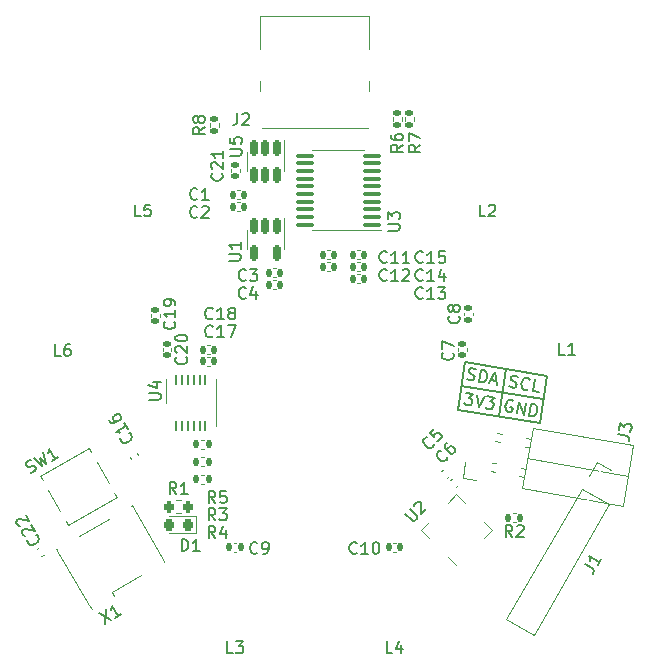
<source format=gto>
%TF.GenerationSoftware,KiCad,Pcbnew,(6.0.8)*%
%TF.CreationDate,2023-11-01T21:59:58-07:00*%
%TF.ProjectId,OS3M_Mouse,4f53334d-5f4d-46f7-9573-652e6b696361,rev?*%
%TF.SameCoordinates,Original*%
%TF.FileFunction,Legend,Top*%
%TF.FilePolarity,Positive*%
%FSLAX46Y46*%
G04 Gerber Fmt 4.6, Leading zero omitted, Abs format (unit mm)*
G04 Created by KiCad (PCBNEW (6.0.8)) date 2023-11-01 21:59:58*
%MOMM*%
%LPD*%
G01*
G04 APERTURE LIST*
G04 Aperture macros list*
%AMRoundRect*
0 Rectangle with rounded corners*
0 $1 Rounding radius*
0 $2 $3 $4 $5 $6 $7 $8 $9 X,Y pos of 4 corners*
0 Add a 4 corners polygon primitive as box body*
4,1,4,$2,$3,$4,$5,$6,$7,$8,$9,$2,$3,0*
0 Add four circle primitives for the rounded corners*
1,1,$1+$1,$2,$3*
1,1,$1+$1,$4,$5*
1,1,$1+$1,$6,$7*
1,1,$1+$1,$8,$9*
0 Add four rect primitives between the rounded corners*
20,1,$1+$1,$2,$3,$4,$5,0*
20,1,$1+$1,$4,$5,$6,$7,0*
20,1,$1+$1,$6,$7,$8,$9,0*
20,1,$1+$1,$8,$9,$2,$3,0*%
%AMHorizOval*
0 Thick line with rounded ends*
0 $1 width*
0 $2 $3 position (X,Y) of the first rounded end (center of the circle)*
0 $4 $5 position (X,Y) of the second rounded end (center of the circle)*
0 Add line between two ends*
20,1,$1,$2,$3,$4,$5,0*
0 Add two circle primitives to create the rounded ends*
1,1,$1,$2,$3*
1,1,$1,$4,$5*%
%AMRotRect*
0 Rectangle, with rotation*
0 The origin of the aperture is its center*
0 $1 length*
0 $2 width*
0 $3 Rotation angle, in degrees counterclockwise*
0 Add horizontal line*
21,1,$1,$2,0,0,$3*%
G04 Aperture macros list end*
%ADD10C,0.150000*%
%ADD11C,0.152400*%
%ADD12C,0.120000*%
%ADD13RotRect,1.700000X1.700000X170.000000*%
%ADD14HorizOval,1.700000X0.000000X0.000000X0.000000X0.000000X0*%
%ADD15RoundRect,0.140000X-0.140000X-0.170000X0.140000X-0.170000X0.140000X0.170000X-0.140000X0.170000X0*%
%ADD16RoundRect,0.140000X0.140000X0.170000X-0.140000X0.170000X-0.140000X-0.170000X0.140000X-0.170000X0*%
%ADD17RoundRect,0.218750X0.218750X0.256250X-0.218750X0.256250X-0.218750X-0.256250X0.218750X-0.256250X0*%
%ADD18RotRect,1.800000X2.000000X30.000000*%
%ADD19RoundRect,0.150000X-0.150000X0.512500X-0.150000X-0.512500X0.150000X-0.512500X0.150000X0.512500X0*%
%ADD20RoundRect,0.140000X-0.021213X0.219203X-0.219203X0.021213X0.021213X-0.219203X0.219203X-0.021213X0*%
%ADD21C,0.700000*%
%ADD22RoundRect,0.135000X0.135000X0.185000X-0.135000X0.185000X-0.135000X-0.185000X0.135000X-0.185000X0*%
%ADD23RoundRect,0.062500X0.062500X-0.375000X0.062500X0.375000X-0.062500X0.375000X-0.062500X-0.375000X0*%
%ADD24R,3.000000X2.600000*%
%ADD25RoundRect,0.100000X0.637500X0.100000X-0.637500X0.100000X-0.637500X-0.100000X0.637500X-0.100000X0*%
%ADD26RotRect,1.700000X1.700000X330.000000*%
%ADD27HorizOval,1.700000X0.000000X0.000000X0.000000X0.000000X0*%
%ADD28RoundRect,0.135000X0.185000X-0.135000X0.185000X0.135000X-0.185000X0.135000X-0.185000X-0.135000X0*%
%ADD29RoundRect,0.140000X-0.217224X0.036244X-0.077224X-0.206244X0.217224X-0.036244X0.077224X0.206244X0*%
%ADD30RoundRect,0.140000X-0.036244X-0.217224X0.206244X-0.077224X0.036244X0.217224X-0.206244X0.077224X0*%
%ADD31RoundRect,0.135000X-0.185000X0.135000X-0.185000X-0.135000X0.185000X-0.135000X0.185000X0.135000X0*%
%ADD32RoundRect,0.140000X0.170000X-0.140000X0.170000X0.140000X-0.170000X0.140000X-0.170000X-0.140000X0*%
%ADD33RoundRect,0.200000X0.200000X0.275000X-0.200000X0.275000X-0.200000X-0.275000X0.200000X-0.275000X0*%
%ADD34RoundRect,0.140000X-0.170000X0.140000X-0.170000X-0.140000X0.170000X-0.140000X0.170000X0.140000X0*%
%ADD35O,0.900000X1.700000*%
%ADD36O,0.900000X2.400000*%
%ADD37RoundRect,0.135000X-0.135000X-0.185000X0.135000X-0.185000X0.135000X0.185000X-0.135000X0.185000X0*%
%ADD38RoundRect,0.062500X0.309359X-0.220971X-0.220971X0.309359X-0.309359X0.220971X0.220971X-0.309359X0*%
%ADD39RoundRect,0.062500X0.309359X0.220971X0.220971X0.309359X-0.309359X-0.220971X-0.220971X-0.309359X0*%
%ADD40RotRect,2.600000X2.600000X135.000000*%
%ADD41RotRect,1.600000X1.400000X210.000000*%
G04 APERTURE END LIST*
D10*
X162289326Y-93304129D02*
X161664747Y-97345662D01*
X155327254Y-92138339D02*
X154702675Y-96179872D01*
X155327254Y-92138339D02*
X162289326Y-93304129D01*
X154702675Y-96179872D02*
X161664747Y-97345662D01*
X155014964Y-94159105D02*
X161977036Y-95324895D01*
X158808290Y-92721234D02*
X158183711Y-96762767D01*
D11*
X159090258Y-94222606D02*
X159224795Y-94295456D01*
X159463025Y-94337462D01*
X159566718Y-94306619D01*
X159622765Y-94267374D01*
X159687213Y-94180484D01*
X159704016Y-94085192D01*
X159673172Y-93981499D01*
X159633928Y-93925452D01*
X159547037Y-93861003D01*
X159364855Y-93779752D01*
X159277964Y-93715304D01*
X159238719Y-93659256D01*
X159207876Y-93555563D01*
X159224679Y-93460271D01*
X159289127Y-93373381D01*
X159345174Y-93334136D01*
X159448867Y-93303293D01*
X159687097Y-93345299D01*
X159821634Y-93418149D01*
X160670976Y-94452202D02*
X160614928Y-94491447D01*
X160463589Y-94513889D01*
X160368297Y-94497086D01*
X160233761Y-94424237D01*
X160155271Y-94312142D01*
X160124428Y-94208449D01*
X160110387Y-94009464D01*
X160135591Y-93866526D01*
X160216842Y-93684344D01*
X160281290Y-93597453D01*
X160393385Y-93518964D01*
X160544724Y-93496522D01*
X160640016Y-93513324D01*
X160774552Y-93586174D01*
X160813797Y-93642221D01*
X161559446Y-94707118D02*
X161082986Y-94623105D01*
X161259413Y-93622541D01*
X155527062Y-93587863D02*
X155661599Y-93660712D01*
X155899829Y-93702719D01*
X156003522Y-93671875D01*
X156059569Y-93632631D01*
X156124017Y-93545740D01*
X156140820Y-93450448D01*
X156109977Y-93346755D01*
X156070732Y-93290708D01*
X155983841Y-93226259D01*
X155801659Y-93145008D01*
X155714768Y-93080560D01*
X155675523Y-93024513D01*
X155644680Y-92920820D01*
X155661483Y-92825528D01*
X155725931Y-92738637D01*
X155781978Y-92699392D01*
X155885671Y-92668549D01*
X156123901Y-92710555D01*
X156258438Y-92783405D01*
X156519226Y-93811935D02*
X156695652Y-92811371D01*
X156933882Y-92853377D01*
X157068419Y-92926227D01*
X157146908Y-93038321D01*
X157177751Y-93142014D01*
X157191792Y-93340999D01*
X157166588Y-93483937D01*
X157085337Y-93666119D01*
X157020889Y-93753010D01*
X156908795Y-93831499D01*
X156757455Y-93853942D01*
X156519226Y-93811935D01*
X157522552Y-93694085D02*
X157999011Y-93778098D01*
X157376853Y-93963158D02*
X157886801Y-93021402D01*
X158043896Y-94080776D01*
X159415525Y-95474389D02*
X159328634Y-95409940D01*
X159185696Y-95384737D01*
X159034357Y-95407179D01*
X158922263Y-95485668D01*
X158857814Y-95572559D01*
X158776563Y-95754741D01*
X158751360Y-95897679D01*
X158765401Y-96096664D01*
X158796244Y-96200357D01*
X158874733Y-96312452D01*
X159009270Y-96385301D01*
X159104562Y-96402104D01*
X159255901Y-96379662D01*
X159311948Y-96340417D01*
X159370757Y-96006896D01*
X159180173Y-95973290D01*
X159723959Y-96511320D02*
X159900385Y-95510756D01*
X160295710Y-96612135D01*
X160472137Y-95611571D01*
X160772169Y-96696148D02*
X160948596Y-95695583D01*
X161186826Y-95737590D01*
X161321362Y-95810440D01*
X161399852Y-95922534D01*
X161430695Y-96026227D01*
X161444736Y-96225212D01*
X161419532Y-96368150D01*
X161338281Y-96550332D01*
X161273833Y-96637223D01*
X161161738Y-96715712D01*
X161010399Y-96738154D01*
X160772169Y-96696148D01*
X155418582Y-94744614D02*
X156037979Y-94853831D01*
X155637247Y-95176189D01*
X155780185Y-95201393D01*
X155867076Y-95265842D01*
X155906320Y-95321889D01*
X155937164Y-95425582D01*
X155895157Y-95663812D01*
X155830709Y-95750702D01*
X155774662Y-95789947D01*
X155670969Y-95820790D01*
X155385093Y-95770383D01*
X155298202Y-95705934D01*
X155258958Y-95649887D01*
X156323854Y-94904238D02*
X156480949Y-95963612D01*
X156990898Y-95021856D01*
X157229127Y-95063862D02*
X157848524Y-95173079D01*
X157447793Y-95495437D01*
X157590731Y-95520641D01*
X157677621Y-95585090D01*
X157716866Y-95641137D01*
X157747709Y-95744830D01*
X157705703Y-95983060D01*
X157641255Y-96069950D01*
X157585207Y-96109195D01*
X157481514Y-96140038D01*
X157195639Y-96089631D01*
X157108748Y-96025182D01*
X157069503Y-95969135D01*
D10*
%TO.C,J3*%
X168312817Y-98277176D02*
X169016251Y-98401210D01*
X169148669Y-98472913D01*
X169225923Y-98583242D01*
X169248011Y-98732198D01*
X169231473Y-98825989D01*
X168378969Y-97902011D02*
X168486465Y-97292368D01*
X168803748Y-97686789D01*
X168828554Y-97546102D01*
X168891988Y-97460580D01*
X168947153Y-97421953D01*
X169049213Y-97391595D01*
X169283691Y-97432940D01*
X169369213Y-97496374D01*
X169407840Y-97551538D01*
X169438197Y-97653599D01*
X169388584Y-97934972D01*
X169325150Y-98020494D01*
X169269986Y-98059121D01*
%TO.C,C15*%
X151757142Y-83669142D02*
X151709523Y-83716761D01*
X151566666Y-83764380D01*
X151471428Y-83764380D01*
X151328571Y-83716761D01*
X151233333Y-83621523D01*
X151185714Y-83526285D01*
X151138095Y-83335809D01*
X151138095Y-83192952D01*
X151185714Y-83002476D01*
X151233333Y-82907238D01*
X151328571Y-82812000D01*
X151471428Y-82764380D01*
X151566666Y-82764380D01*
X151709523Y-82812000D01*
X151757142Y-82859619D01*
X152709523Y-83764380D02*
X152138095Y-83764380D01*
X152423809Y-83764380D02*
X152423809Y-82764380D01*
X152328571Y-82907238D01*
X152233333Y-83002476D01*
X152138095Y-83050095D01*
X153614285Y-82764380D02*
X153138095Y-82764380D01*
X153090476Y-83240571D01*
X153138095Y-83192952D01*
X153233333Y-83145333D01*
X153471428Y-83145333D01*
X153566666Y-83192952D01*
X153614285Y-83240571D01*
X153661904Y-83335809D01*
X153661904Y-83573904D01*
X153614285Y-83669142D01*
X153566666Y-83716761D01*
X153471428Y-83764380D01*
X153233333Y-83764380D01*
X153138095Y-83716761D01*
X153090476Y-83669142D01*
%TO.C,C11*%
X148709142Y-83669142D02*
X148661523Y-83716761D01*
X148518666Y-83764380D01*
X148423428Y-83764380D01*
X148280571Y-83716761D01*
X148185333Y-83621523D01*
X148137714Y-83526285D01*
X148090095Y-83335809D01*
X148090095Y-83192952D01*
X148137714Y-83002476D01*
X148185333Y-82907238D01*
X148280571Y-82812000D01*
X148423428Y-82764380D01*
X148518666Y-82764380D01*
X148661523Y-82812000D01*
X148709142Y-82859619D01*
X149661523Y-83764380D02*
X149090095Y-83764380D01*
X149375809Y-83764380D02*
X149375809Y-82764380D01*
X149280571Y-82907238D01*
X149185333Y-83002476D01*
X149090095Y-83050095D01*
X150613904Y-83764380D02*
X150042476Y-83764380D01*
X150328190Y-83764380D02*
X150328190Y-82764380D01*
X150232952Y-82907238D01*
X150137714Y-83002476D01*
X150042476Y-83050095D01*
%TO.C,D1*%
X131341904Y-108148380D02*
X131341904Y-107148380D01*
X131580000Y-107148380D01*
X131722857Y-107196000D01*
X131818095Y-107291238D01*
X131865714Y-107386476D01*
X131913333Y-107576952D01*
X131913333Y-107719809D01*
X131865714Y-107910285D01*
X131818095Y-108005523D01*
X131722857Y-108100761D01*
X131580000Y-108148380D01*
X131341904Y-108148380D01*
X132865714Y-108148380D02*
X132294285Y-108148380D01*
X132580000Y-108148380D02*
X132580000Y-107148380D01*
X132484761Y-107291238D01*
X132389523Y-107386476D01*
X132294285Y-107434095D01*
%TO.C,X1*%
X124325122Y-113430509D02*
X125402472Y-113963201D01*
X124902472Y-113097176D02*
X124825122Y-114296535D01*
X126186019Y-113510821D02*
X125691147Y-113796535D01*
X125938583Y-113653678D02*
X125438583Y-112787652D01*
X125427533Y-112958989D01*
X125392673Y-113089087D01*
X125334004Y-113177945D01*
%TO.C,C2*%
X132675333Y-79859142D02*
X132627714Y-79906761D01*
X132484857Y-79954380D01*
X132389619Y-79954380D01*
X132246761Y-79906761D01*
X132151523Y-79811523D01*
X132103904Y-79716285D01*
X132056285Y-79525809D01*
X132056285Y-79382952D01*
X132103904Y-79192476D01*
X132151523Y-79097238D01*
X132246761Y-79002000D01*
X132389619Y-78954380D01*
X132484857Y-78954380D01*
X132627714Y-79002000D01*
X132675333Y-79049619D01*
X133056285Y-79049619D02*
X133103904Y-79002000D01*
X133199142Y-78954380D01*
X133437238Y-78954380D01*
X133532476Y-79002000D01*
X133580095Y-79049619D01*
X133627714Y-79144857D01*
X133627714Y-79240095D01*
X133580095Y-79382952D01*
X133008666Y-79954380D01*
X133627714Y-79954380D01*
%TO.C,C18*%
X133966986Y-88457142D02*
X133919367Y-88504761D01*
X133776510Y-88552380D01*
X133681272Y-88552380D01*
X133538415Y-88504761D01*
X133443177Y-88409523D01*
X133395558Y-88314285D01*
X133347939Y-88123809D01*
X133347939Y-87980952D01*
X133395558Y-87790476D01*
X133443177Y-87695238D01*
X133538415Y-87600000D01*
X133681272Y-87552380D01*
X133776510Y-87552380D01*
X133919367Y-87600000D01*
X133966986Y-87647619D01*
X134919367Y-88552380D02*
X134347939Y-88552380D01*
X134633653Y-88552380D02*
X134633653Y-87552380D01*
X134538415Y-87695238D01*
X134443177Y-87790476D01*
X134347939Y-87838095D01*
X135490796Y-87980952D02*
X135395558Y-87933333D01*
X135347939Y-87885714D01*
X135300320Y-87790476D01*
X135300320Y-87742857D01*
X135347939Y-87647619D01*
X135395558Y-87600000D01*
X135490796Y-87552380D01*
X135681272Y-87552380D01*
X135776510Y-87600000D01*
X135824129Y-87647619D01*
X135871748Y-87742857D01*
X135871748Y-87790476D01*
X135824129Y-87885714D01*
X135776510Y-87933333D01*
X135681272Y-87980952D01*
X135490796Y-87980952D01*
X135395558Y-88028571D01*
X135347939Y-88076190D01*
X135300320Y-88171428D01*
X135300320Y-88361904D01*
X135347939Y-88457142D01*
X135395558Y-88504761D01*
X135490796Y-88552380D01*
X135681272Y-88552380D01*
X135776510Y-88504761D01*
X135824129Y-88457142D01*
X135871748Y-88361904D01*
X135871748Y-88171428D01*
X135824129Y-88076190D01*
X135776510Y-88028571D01*
X135681272Y-87980952D01*
%TO.C,U5*%
X135422224Y-74675904D02*
X136231748Y-74675904D01*
X136326986Y-74628285D01*
X136374605Y-74580666D01*
X136422224Y-74485428D01*
X136422224Y-74294952D01*
X136374605Y-74199714D01*
X136326986Y-74152095D01*
X136231748Y-74104476D01*
X135422224Y-74104476D01*
X135422224Y-73152095D02*
X135422224Y-73628285D01*
X135898415Y-73675904D01*
X135850796Y-73628285D01*
X135803177Y-73533047D01*
X135803177Y-73294952D01*
X135850796Y-73199714D01*
X135898415Y-73152095D01*
X135993653Y-73104476D01*
X136231748Y-73104476D01*
X136326986Y-73152095D01*
X136374605Y-73199714D01*
X136422224Y-73294952D01*
X136422224Y-73533047D01*
X136374605Y-73628285D01*
X136326986Y-73675904D01*
%TO.C,C5*%
X152727056Y-99096707D02*
X152727056Y-99164050D01*
X152659712Y-99298737D01*
X152592369Y-99366081D01*
X152457681Y-99433424D01*
X152322994Y-99433424D01*
X152221979Y-99399753D01*
X152053620Y-99298737D01*
X151952605Y-99197722D01*
X151851590Y-99029363D01*
X151817918Y-98928348D01*
X151817918Y-98793661D01*
X151885262Y-98658974D01*
X151952605Y-98591630D01*
X152087292Y-98524287D01*
X152154636Y-98524287D01*
X152727056Y-97817180D02*
X152390338Y-98153898D01*
X152693384Y-98524287D01*
X152693384Y-98456943D01*
X152727056Y-98355928D01*
X152895414Y-98187569D01*
X152996430Y-98153898D01*
X153063773Y-98153898D01*
X153164788Y-98187569D01*
X153333147Y-98355928D01*
X153366819Y-98456943D01*
X153366819Y-98524287D01*
X153333147Y-98625302D01*
X153164788Y-98793661D01*
X153063773Y-98827333D01*
X152996430Y-98827333D01*
%TO.C,L1*%
X163793177Y-91522380D02*
X163316986Y-91522380D01*
X163316986Y-90522380D01*
X164650320Y-91522380D02*
X164078891Y-91522380D01*
X164364605Y-91522380D02*
X164364605Y-90522380D01*
X164269367Y-90665238D01*
X164174129Y-90760476D01*
X164078891Y-90808095D01*
%TO.C,R3*%
X134199333Y-105552380D02*
X133866000Y-105076190D01*
X133627904Y-105552380D02*
X133627904Y-104552380D01*
X134008857Y-104552380D01*
X134104095Y-104600000D01*
X134151714Y-104647619D01*
X134199333Y-104742857D01*
X134199333Y-104885714D01*
X134151714Y-104980952D01*
X134104095Y-105028571D01*
X134008857Y-105076190D01*
X133627904Y-105076190D01*
X134532666Y-104552380D02*
X135151714Y-104552380D01*
X134818380Y-104933333D01*
X134961238Y-104933333D01*
X135056476Y-104980952D01*
X135104095Y-105028571D01*
X135151714Y-105123809D01*
X135151714Y-105361904D01*
X135104095Y-105457142D01*
X135056476Y-105504761D01*
X134961238Y-105552380D01*
X134675523Y-105552380D01*
X134580285Y-105504761D01*
X134532666Y-105457142D01*
%TO.C,C17*%
X133966986Y-89957142D02*
X133919367Y-90004761D01*
X133776510Y-90052380D01*
X133681272Y-90052380D01*
X133538415Y-90004761D01*
X133443177Y-89909523D01*
X133395558Y-89814285D01*
X133347939Y-89623809D01*
X133347939Y-89480952D01*
X133395558Y-89290476D01*
X133443177Y-89195238D01*
X133538415Y-89100000D01*
X133681272Y-89052380D01*
X133776510Y-89052380D01*
X133919367Y-89100000D01*
X133966986Y-89147619D01*
X134919367Y-90052380D02*
X134347939Y-90052380D01*
X134633653Y-90052380D02*
X134633653Y-89052380D01*
X134538415Y-89195238D01*
X134443177Y-89290476D01*
X134347939Y-89338095D01*
X135252701Y-89052380D02*
X135919367Y-89052380D01*
X135490796Y-90052380D01*
%TO.C,L2*%
X157043177Y-79832380D02*
X156566986Y-79832380D01*
X156566986Y-78832380D01*
X157328891Y-78927619D02*
X157376510Y-78880000D01*
X157471748Y-78832380D01*
X157709844Y-78832380D01*
X157805082Y-78880000D01*
X157852701Y-78927619D01*
X157900320Y-79022857D01*
X157900320Y-79118095D01*
X157852701Y-79260952D01*
X157281272Y-79832380D01*
X157900320Y-79832380D01*
%TO.C,L3*%
X135693177Y-116802380D02*
X135216986Y-116802380D01*
X135216986Y-115802380D01*
X135931272Y-115802380D02*
X136550320Y-115802380D01*
X136216986Y-116183333D01*
X136359844Y-116183333D01*
X136455082Y-116230952D01*
X136502701Y-116278571D01*
X136550320Y-116373809D01*
X136550320Y-116611904D01*
X136502701Y-116707142D01*
X136455082Y-116754761D01*
X136359844Y-116802380D01*
X136074129Y-116802380D01*
X135978891Y-116754761D01*
X135931272Y-116707142D01*
%TO.C,U4*%
X128562224Y-95361904D02*
X129371748Y-95361904D01*
X129466986Y-95314285D01*
X129514605Y-95266666D01*
X129562224Y-95171428D01*
X129562224Y-94980952D01*
X129514605Y-94885714D01*
X129466986Y-94838095D01*
X129371748Y-94790476D01*
X128562224Y-94790476D01*
X128895558Y-93885714D02*
X129562224Y-93885714D01*
X128514605Y-94123809D02*
X129228891Y-94361904D01*
X129228891Y-93742857D01*
%TO.C,U1*%
X135342380Y-83565904D02*
X136151904Y-83565904D01*
X136247142Y-83518285D01*
X136294761Y-83470666D01*
X136342380Y-83375428D01*
X136342380Y-83184952D01*
X136294761Y-83089714D01*
X136247142Y-83042095D01*
X136151904Y-82994476D01*
X135342380Y-82994476D01*
X136342380Y-81994476D02*
X136342380Y-82565904D01*
X136342380Y-82280190D02*
X135342380Y-82280190D01*
X135485238Y-82375428D01*
X135580476Y-82470666D01*
X135628095Y-82565904D01*
%TO.C,U3*%
X148804380Y-81025904D02*
X149613904Y-81025904D01*
X149709142Y-80978285D01*
X149756761Y-80930666D01*
X149804380Y-80835428D01*
X149804380Y-80644952D01*
X149756761Y-80549714D01*
X149709142Y-80502095D01*
X149613904Y-80454476D01*
X148804380Y-80454476D01*
X148804380Y-80073523D02*
X148804380Y-79454476D01*
X149185333Y-79787809D01*
X149185333Y-79644952D01*
X149232952Y-79549714D01*
X149280571Y-79502095D01*
X149375809Y-79454476D01*
X149613904Y-79454476D01*
X149709142Y-79502095D01*
X149756761Y-79549714D01*
X149804380Y-79644952D01*
X149804380Y-79930666D01*
X149756761Y-80025904D01*
X149709142Y-80073523D01*
%TO.C,L5*%
X127868353Y-79832380D02*
X127392162Y-79832380D01*
X127392162Y-78832380D01*
X128677877Y-78832380D02*
X128201686Y-78832380D01*
X128154067Y-79308571D01*
X128201686Y-79260952D01*
X128296924Y-79213333D01*
X128535020Y-79213333D01*
X128630258Y-79260952D01*
X128677877Y-79308571D01*
X128725496Y-79403809D01*
X128725496Y-79641904D01*
X128677877Y-79737142D01*
X128630258Y-79784761D01*
X128535020Y-79832380D01*
X128296924Y-79832380D01*
X128201686Y-79784761D01*
X128154067Y-79737142D01*
%TO.C,C14*%
X151757142Y-85193142D02*
X151709523Y-85240761D01*
X151566666Y-85288380D01*
X151471428Y-85288380D01*
X151328571Y-85240761D01*
X151233333Y-85145523D01*
X151185714Y-85050285D01*
X151138095Y-84859809D01*
X151138095Y-84716952D01*
X151185714Y-84526476D01*
X151233333Y-84431238D01*
X151328571Y-84336000D01*
X151471428Y-84288380D01*
X151566666Y-84288380D01*
X151709523Y-84336000D01*
X151757142Y-84383619D01*
X152709523Y-85288380D02*
X152138095Y-85288380D01*
X152423809Y-85288380D02*
X152423809Y-84288380D01*
X152328571Y-84431238D01*
X152233333Y-84526476D01*
X152138095Y-84574095D01*
X153566666Y-84621714D02*
X153566666Y-85288380D01*
X153328571Y-84240761D02*
X153090476Y-84955047D01*
X153709523Y-84955047D01*
%TO.C,L4*%
X149190030Y-116802380D02*
X148713839Y-116802380D01*
X148713839Y-115802380D01*
X149951935Y-116135714D02*
X149951935Y-116802380D01*
X149713839Y-115754761D02*
X149475744Y-116469047D01*
X150094792Y-116469047D01*
%TO.C,J1*%
X165475081Y-109234865D02*
X166093670Y-109592008D01*
X166193579Y-109704676D01*
X166228438Y-109834774D01*
X166198249Y-109982301D01*
X166150630Y-110064780D01*
X166841106Y-108868840D02*
X166555392Y-109363711D01*
X166698249Y-109116276D02*
X165832224Y-108616276D01*
X165908323Y-108770183D01*
X165943182Y-108900280D01*
X165936802Y-109006569D01*
%TO.C,C3*%
X136775333Y-85189142D02*
X136727714Y-85236761D01*
X136584857Y-85284380D01*
X136489619Y-85284380D01*
X136346761Y-85236761D01*
X136251523Y-85141523D01*
X136203904Y-85046285D01*
X136156285Y-84855809D01*
X136156285Y-84712952D01*
X136203904Y-84522476D01*
X136251523Y-84427238D01*
X136346761Y-84332000D01*
X136489619Y-84284380D01*
X136584857Y-84284380D01*
X136727714Y-84332000D01*
X136775333Y-84379619D01*
X137108666Y-84284380D02*
X137727714Y-84284380D01*
X137394380Y-84665333D01*
X137537238Y-84665333D01*
X137632476Y-84712952D01*
X137680095Y-84760571D01*
X137727714Y-84855809D01*
X137727714Y-85093904D01*
X137680095Y-85189142D01*
X137632476Y-85236761D01*
X137537238Y-85284380D01*
X137251523Y-85284380D01*
X137156285Y-85236761D01*
X137108666Y-85189142D01*
%TO.C,R7*%
X151562224Y-73766666D02*
X151086034Y-74100000D01*
X151562224Y-74338095D02*
X150562224Y-74338095D01*
X150562224Y-73957142D01*
X150609844Y-73861904D01*
X150657463Y-73814285D01*
X150752701Y-73766666D01*
X150895558Y-73766666D01*
X150990796Y-73814285D01*
X151038415Y-73861904D01*
X151086034Y-73957142D01*
X151086034Y-74338095D01*
X150562224Y-73433333D02*
X150562224Y-72766666D01*
X151562224Y-73195238D01*
%TO.C,C1*%
X132675333Y-78335142D02*
X132627714Y-78382761D01*
X132484857Y-78430380D01*
X132389619Y-78430380D01*
X132246761Y-78382761D01*
X132151523Y-78287523D01*
X132103904Y-78192285D01*
X132056285Y-78001809D01*
X132056285Y-77858952D01*
X132103904Y-77668476D01*
X132151523Y-77573238D01*
X132246761Y-77478000D01*
X132389619Y-77430380D01*
X132484857Y-77430380D01*
X132627714Y-77478000D01*
X132675333Y-77525619D01*
X133627714Y-78430380D02*
X133056285Y-78430380D01*
X133342000Y-78430380D02*
X133342000Y-77430380D01*
X133246761Y-77573238D01*
X133151523Y-77668476D01*
X133056285Y-77716095D01*
%TO.C,C16*%
X126868723Y-98168159D02*
X126933772Y-98185588D01*
X127046440Y-98285497D01*
X127094059Y-98367975D01*
X127124248Y-98515503D01*
X127089388Y-98645601D01*
X127030719Y-98734459D01*
X126889572Y-98870936D01*
X126765854Y-98942365D01*
X126577087Y-98996364D01*
X126470799Y-99002743D01*
X126340701Y-98967884D01*
X126228033Y-98867975D01*
X126180414Y-98785497D01*
X126150225Y-98637969D01*
X126167655Y-98572921D01*
X126475011Y-97295754D02*
X126760725Y-97790625D01*
X126617868Y-97543189D02*
X125751843Y-98043189D01*
X125923180Y-98054239D01*
X126053277Y-98089099D01*
X126142136Y-98147768D01*
X125180414Y-97053446D02*
X125275652Y-97218403D01*
X125364511Y-97277072D01*
X125429559Y-97294502D01*
X125600896Y-97305552D01*
X125789663Y-97251553D01*
X126119578Y-97061077D01*
X126178247Y-96972219D01*
X126195676Y-96907170D01*
X126189297Y-96800882D01*
X126094059Y-96635925D01*
X126005200Y-96577256D01*
X125940151Y-96559826D01*
X125833863Y-96566206D01*
X125627667Y-96685253D01*
X125568998Y-96774112D01*
X125551568Y-96839160D01*
X125557948Y-96945448D01*
X125653186Y-97110406D01*
X125742044Y-97169075D01*
X125807093Y-97186505D01*
X125913381Y-97180125D01*
%TO.C,R6*%
X150062224Y-73766666D02*
X149586034Y-74100000D01*
X150062224Y-74338095D02*
X149062224Y-74338095D01*
X149062224Y-73957142D01*
X149109844Y-73861904D01*
X149157463Y-73814285D01*
X149252701Y-73766666D01*
X149395558Y-73766666D01*
X149490796Y-73814285D01*
X149538415Y-73861904D01*
X149586034Y-73957142D01*
X149586034Y-74338095D01*
X149062224Y-72909523D02*
X149062224Y-73100000D01*
X149109844Y-73195238D01*
X149157463Y-73242857D01*
X149300320Y-73338095D01*
X149490796Y-73385714D01*
X149871748Y-73385714D01*
X149966986Y-73338095D01*
X150014605Y-73290476D01*
X150062224Y-73195238D01*
X150062224Y-73004761D01*
X150014605Y-72909523D01*
X149966986Y-72861904D01*
X149871748Y-72814285D01*
X149633653Y-72814285D01*
X149538415Y-72861904D01*
X149490796Y-72909523D01*
X149443177Y-73004761D01*
X149443177Y-73195238D01*
X149490796Y-73290476D01*
X149538415Y-73338095D01*
X149633653Y-73385714D01*
%TO.C,C6*%
X153848267Y-100217917D02*
X153848267Y-100285260D01*
X153780923Y-100419947D01*
X153713580Y-100487291D01*
X153578892Y-100554634D01*
X153444205Y-100554634D01*
X153343190Y-100520963D01*
X153174831Y-100419947D01*
X153073816Y-100318932D01*
X152972801Y-100150573D01*
X152939129Y-100049558D01*
X152939129Y-99914871D01*
X153006473Y-99780184D01*
X153073816Y-99712840D01*
X153208503Y-99645497D01*
X153275847Y-99645497D01*
X153814595Y-98972062D02*
X153679908Y-99106749D01*
X153646236Y-99207764D01*
X153646236Y-99275108D01*
X153679908Y-99443466D01*
X153780923Y-99611825D01*
X154050297Y-99881199D01*
X154151312Y-99914871D01*
X154218656Y-99914871D01*
X154319671Y-99881199D01*
X154454358Y-99746512D01*
X154488030Y-99645497D01*
X154488030Y-99578153D01*
X154454358Y-99477138D01*
X154285999Y-99308779D01*
X154184984Y-99275108D01*
X154117641Y-99275108D01*
X154016625Y-99308779D01*
X153881938Y-99443466D01*
X153848267Y-99544482D01*
X153848267Y-99611825D01*
X153881938Y-99712840D01*
%TO.C,R4*%
X134199333Y-107052380D02*
X133866000Y-106576190D01*
X133627904Y-107052380D02*
X133627904Y-106052380D01*
X134008857Y-106052380D01*
X134104095Y-106100000D01*
X134151714Y-106147619D01*
X134199333Y-106242857D01*
X134199333Y-106385714D01*
X134151714Y-106480952D01*
X134104095Y-106528571D01*
X134008857Y-106576190D01*
X133627904Y-106576190D01*
X135056476Y-106385714D02*
X135056476Y-107052380D01*
X134818380Y-106004761D02*
X134580285Y-106719047D01*
X135199333Y-106719047D01*
%TO.C,C22*%
X118994723Y-106804159D02*
X119059772Y-106821588D01*
X119172440Y-106921497D01*
X119220059Y-107003975D01*
X119250248Y-107151503D01*
X119215388Y-107281601D01*
X119156719Y-107370459D01*
X119015572Y-107506936D01*
X118891854Y-107578365D01*
X118703087Y-107632364D01*
X118596799Y-107638743D01*
X118466701Y-107603884D01*
X118354033Y-107503975D01*
X118306414Y-107421497D01*
X118276225Y-107273969D01*
X118293655Y-107208921D01*
X118103178Y-106879006D02*
X118038130Y-106861576D01*
X117949271Y-106802907D01*
X117830224Y-106596711D01*
X117823844Y-106490423D01*
X117841274Y-106425374D01*
X117899943Y-106336515D01*
X117982421Y-106288896D01*
X118129949Y-106258707D01*
X118910535Y-106467865D01*
X118601011Y-105931754D01*
X117626988Y-106054220D02*
X117561939Y-106036790D01*
X117473081Y-105978121D01*
X117354033Y-105771925D01*
X117347653Y-105665637D01*
X117365083Y-105600588D01*
X117423752Y-105511729D01*
X117506231Y-105464110D01*
X117653758Y-105433921D01*
X118434344Y-105643078D01*
X118124821Y-105106967D01*
%TO.C,R8*%
X133312224Y-72266666D02*
X132836034Y-72600000D01*
X133312224Y-72838095D02*
X132312224Y-72838095D01*
X132312224Y-72457142D01*
X132359844Y-72361904D01*
X132407463Y-72314285D01*
X132502701Y-72266666D01*
X132645558Y-72266666D01*
X132740796Y-72314285D01*
X132788415Y-72361904D01*
X132836034Y-72457142D01*
X132836034Y-72838095D01*
X132740796Y-71695238D02*
X132693177Y-71790476D01*
X132645558Y-71838095D01*
X132550320Y-71885714D01*
X132502701Y-71885714D01*
X132407463Y-71838095D01*
X132359844Y-71790476D01*
X132312224Y-71695238D01*
X132312224Y-71504761D01*
X132359844Y-71409523D01*
X132407463Y-71361904D01*
X132502701Y-71314285D01*
X132550320Y-71314285D01*
X132645558Y-71361904D01*
X132693177Y-71409523D01*
X132740796Y-71504761D01*
X132740796Y-71695238D01*
X132788415Y-71790476D01*
X132836034Y-71838095D01*
X132931272Y-71885714D01*
X133121748Y-71885714D01*
X133216986Y-71838095D01*
X133264605Y-71790476D01*
X133312224Y-71695238D01*
X133312224Y-71504761D01*
X133264605Y-71409523D01*
X133216986Y-71361904D01*
X133121748Y-71314285D01*
X132931272Y-71314285D01*
X132836034Y-71361904D01*
X132788415Y-71409523D01*
X132740796Y-71504761D01*
%TO.C,C12*%
X148709142Y-85193142D02*
X148661523Y-85240761D01*
X148518666Y-85288380D01*
X148423428Y-85288380D01*
X148280571Y-85240761D01*
X148185333Y-85145523D01*
X148137714Y-85050285D01*
X148090095Y-84859809D01*
X148090095Y-84716952D01*
X148137714Y-84526476D01*
X148185333Y-84431238D01*
X148280571Y-84336000D01*
X148423428Y-84288380D01*
X148518666Y-84288380D01*
X148661523Y-84336000D01*
X148709142Y-84383619D01*
X149661523Y-85288380D02*
X149090095Y-85288380D01*
X149375809Y-85288380D02*
X149375809Y-84288380D01*
X149280571Y-84431238D01*
X149185333Y-84526476D01*
X149090095Y-84574095D01*
X150042476Y-84383619D02*
X150090095Y-84336000D01*
X150185333Y-84288380D01*
X150423428Y-84288380D01*
X150518666Y-84336000D01*
X150566285Y-84383619D01*
X150613904Y-84478857D01*
X150613904Y-84574095D01*
X150566285Y-84716952D01*
X149994857Y-85288380D01*
X150613904Y-85288380D01*
%TO.C,C13*%
X151757142Y-86717142D02*
X151709523Y-86764761D01*
X151566666Y-86812380D01*
X151471428Y-86812380D01*
X151328571Y-86764761D01*
X151233333Y-86669523D01*
X151185714Y-86574285D01*
X151138095Y-86383809D01*
X151138095Y-86240952D01*
X151185714Y-86050476D01*
X151233333Y-85955238D01*
X151328571Y-85860000D01*
X151471428Y-85812380D01*
X151566666Y-85812380D01*
X151709523Y-85860000D01*
X151757142Y-85907619D01*
X152709523Y-86812380D02*
X152138095Y-86812380D01*
X152423809Y-86812380D02*
X152423809Y-85812380D01*
X152328571Y-85955238D01*
X152233333Y-86050476D01*
X152138095Y-86098095D01*
X153042857Y-85812380D02*
X153661904Y-85812380D01*
X153328571Y-86193333D01*
X153471428Y-86193333D01*
X153566666Y-86240952D01*
X153614285Y-86288571D01*
X153661904Y-86383809D01*
X153661904Y-86621904D01*
X153614285Y-86717142D01*
X153566666Y-86764761D01*
X153471428Y-86812380D01*
X153185714Y-86812380D01*
X153090476Y-86764761D01*
X153042857Y-86717142D01*
%TO.C,C8*%
X154806986Y-88266666D02*
X154854605Y-88314285D01*
X154902224Y-88457142D01*
X154902224Y-88552380D01*
X154854605Y-88695238D01*
X154759367Y-88790476D01*
X154664129Y-88838095D01*
X154473653Y-88885714D01*
X154330796Y-88885714D01*
X154140320Y-88838095D01*
X154045082Y-88790476D01*
X153949844Y-88695238D01*
X153902224Y-88552380D01*
X153902224Y-88457142D01*
X153949844Y-88314285D01*
X153997463Y-88266666D01*
X154330796Y-87695238D02*
X154283177Y-87790476D01*
X154235558Y-87838095D01*
X154140320Y-87885714D01*
X154092701Y-87885714D01*
X153997463Y-87838095D01*
X153949844Y-87790476D01*
X153902224Y-87695238D01*
X153902224Y-87504761D01*
X153949844Y-87409523D01*
X153997463Y-87361904D01*
X154092701Y-87314285D01*
X154140320Y-87314285D01*
X154235558Y-87361904D01*
X154283177Y-87409523D01*
X154330796Y-87504761D01*
X154330796Y-87695238D01*
X154378415Y-87790476D01*
X154426034Y-87838095D01*
X154521272Y-87885714D01*
X154711748Y-87885714D01*
X154806986Y-87838095D01*
X154854605Y-87790476D01*
X154902224Y-87695238D01*
X154902224Y-87504761D01*
X154854605Y-87409523D01*
X154806986Y-87361904D01*
X154711748Y-87314285D01*
X154521272Y-87314285D01*
X154426034Y-87361904D01*
X154378415Y-87409523D01*
X154330796Y-87504761D01*
%TO.C,R1*%
X130897333Y-103322380D02*
X130564000Y-102846190D01*
X130325904Y-103322380D02*
X130325904Y-102322380D01*
X130706857Y-102322380D01*
X130802095Y-102370000D01*
X130849714Y-102417619D01*
X130897333Y-102512857D01*
X130897333Y-102655714D01*
X130849714Y-102750952D01*
X130802095Y-102798571D01*
X130706857Y-102846190D01*
X130325904Y-102846190D01*
X131849714Y-103322380D02*
X131278285Y-103322380D01*
X131564000Y-103322380D02*
X131564000Y-102322380D01*
X131468761Y-102465238D01*
X131373523Y-102560476D01*
X131278285Y-102608095D01*
%TO.C,C20*%
X131716986Y-91742857D02*
X131764605Y-91790476D01*
X131812224Y-91933333D01*
X131812224Y-92028571D01*
X131764605Y-92171428D01*
X131669367Y-92266666D01*
X131574129Y-92314285D01*
X131383653Y-92361904D01*
X131240796Y-92361904D01*
X131050320Y-92314285D01*
X130955082Y-92266666D01*
X130859844Y-92171428D01*
X130812224Y-92028571D01*
X130812224Y-91933333D01*
X130859844Y-91790476D01*
X130907463Y-91742857D01*
X130907463Y-91361904D02*
X130859844Y-91314285D01*
X130812224Y-91219047D01*
X130812224Y-90980952D01*
X130859844Y-90885714D01*
X130907463Y-90838095D01*
X131002701Y-90790476D01*
X131097939Y-90790476D01*
X131240796Y-90838095D01*
X131812224Y-91409523D01*
X131812224Y-90790476D01*
X130812224Y-90171428D02*
X130812224Y-90076190D01*
X130859844Y-89980952D01*
X130907463Y-89933333D01*
X131002701Y-89885714D01*
X131193177Y-89838095D01*
X131431272Y-89838095D01*
X131621748Y-89885714D01*
X131716986Y-89933333D01*
X131764605Y-89980952D01*
X131812224Y-90076190D01*
X131812224Y-90171428D01*
X131764605Y-90266666D01*
X131716986Y-90314285D01*
X131621748Y-90361904D01*
X131431272Y-90409523D01*
X131193177Y-90409523D01*
X131002701Y-90361904D01*
X130907463Y-90314285D01*
X130859844Y-90266666D01*
X130812224Y-90171428D01*
%TO.C,C21*%
X134749298Y-76172857D02*
X134796917Y-76220476D01*
X134844536Y-76363333D01*
X134844536Y-76458571D01*
X134796917Y-76601428D01*
X134701679Y-76696666D01*
X134606441Y-76744285D01*
X134415965Y-76791904D01*
X134273108Y-76791904D01*
X134082632Y-76744285D01*
X133987394Y-76696666D01*
X133892156Y-76601428D01*
X133844536Y-76458571D01*
X133844536Y-76363333D01*
X133892156Y-76220476D01*
X133939775Y-76172857D01*
X133939775Y-75791904D02*
X133892156Y-75744285D01*
X133844536Y-75649047D01*
X133844536Y-75410952D01*
X133892156Y-75315714D01*
X133939775Y-75268095D01*
X134035013Y-75220476D01*
X134130251Y-75220476D01*
X134273108Y-75268095D01*
X134844536Y-75839523D01*
X134844536Y-75220476D01*
X134844536Y-74268095D02*
X134844536Y-74839523D01*
X134844536Y-74553809D02*
X133844536Y-74553809D01*
X133987394Y-74649047D01*
X134082632Y-74744285D01*
X134130251Y-74839523D01*
%TO.C,J2*%
X136064666Y-71080380D02*
X136064666Y-71794666D01*
X136017047Y-71937523D01*
X135921809Y-72032761D01*
X135778952Y-72080380D01*
X135683714Y-72080380D01*
X136493238Y-71175619D02*
X136540857Y-71128000D01*
X136636095Y-71080380D01*
X136874190Y-71080380D01*
X136969428Y-71128000D01*
X137017047Y-71175619D01*
X137064666Y-71270857D01*
X137064666Y-71366095D01*
X137017047Y-71508952D01*
X136445619Y-72080380D01*
X137064666Y-72080380D01*
%TO.C,R5*%
X134199333Y-104084380D02*
X133866000Y-103608190D01*
X133627904Y-104084380D02*
X133627904Y-103084380D01*
X134008857Y-103084380D01*
X134104095Y-103132000D01*
X134151714Y-103179619D01*
X134199333Y-103274857D01*
X134199333Y-103417714D01*
X134151714Y-103512952D01*
X134104095Y-103560571D01*
X134008857Y-103608190D01*
X133627904Y-103608190D01*
X135104095Y-103084380D02*
X134627904Y-103084380D01*
X134580285Y-103560571D01*
X134627904Y-103512952D01*
X134723142Y-103465333D01*
X134961238Y-103465333D01*
X135056476Y-103512952D01*
X135104095Y-103560571D01*
X135151714Y-103655809D01*
X135151714Y-103893904D01*
X135104095Y-103989142D01*
X135056476Y-104036761D01*
X134961238Y-104084380D01*
X134723142Y-104084380D01*
X134627904Y-104036761D01*
X134580285Y-103989142D01*
%TO.C,L6*%
X121093177Y-91638380D02*
X120616986Y-91638380D01*
X120616986Y-90638380D01*
X121855082Y-90638380D02*
X121664605Y-90638380D01*
X121569367Y-90686000D01*
X121521748Y-90733619D01*
X121426510Y-90876476D01*
X121378891Y-91066952D01*
X121378891Y-91447904D01*
X121426510Y-91543142D01*
X121474129Y-91590761D01*
X121569367Y-91638380D01*
X121759844Y-91638380D01*
X121855082Y-91590761D01*
X121902701Y-91543142D01*
X121950320Y-91447904D01*
X121950320Y-91209809D01*
X121902701Y-91114571D01*
X121855082Y-91066952D01*
X121759844Y-91019333D01*
X121569367Y-91019333D01*
X121474129Y-91066952D01*
X121426510Y-91114571D01*
X121378891Y-91209809D01*
%TO.C,C10*%
X146169142Y-108307142D02*
X146121523Y-108354761D01*
X145978666Y-108402380D01*
X145883428Y-108402380D01*
X145740571Y-108354761D01*
X145645333Y-108259523D01*
X145597714Y-108164285D01*
X145550095Y-107973809D01*
X145550095Y-107830952D01*
X145597714Y-107640476D01*
X145645333Y-107545238D01*
X145740571Y-107450000D01*
X145883428Y-107402380D01*
X145978666Y-107402380D01*
X146121523Y-107450000D01*
X146169142Y-107497619D01*
X147121523Y-108402380D02*
X146550095Y-108402380D01*
X146835809Y-108402380D02*
X146835809Y-107402380D01*
X146740571Y-107545238D01*
X146645333Y-107640476D01*
X146550095Y-107688095D01*
X147740571Y-107402380D02*
X147835809Y-107402380D01*
X147931047Y-107450000D01*
X147978666Y-107497619D01*
X148026285Y-107592857D01*
X148073904Y-107783333D01*
X148073904Y-108021428D01*
X148026285Y-108211904D01*
X147978666Y-108307142D01*
X147931047Y-108354761D01*
X147835809Y-108402380D01*
X147740571Y-108402380D01*
X147645333Y-108354761D01*
X147597714Y-108307142D01*
X147550095Y-108211904D01*
X147502476Y-108021428D01*
X147502476Y-107783333D01*
X147550095Y-107592857D01*
X147597714Y-107497619D01*
X147645333Y-107450000D01*
X147740571Y-107402380D01*
%TO.C,U2*%
X150254402Y-104981242D02*
X150826822Y-105553662D01*
X150927837Y-105587334D01*
X150995181Y-105587334D01*
X151096196Y-105553662D01*
X151230883Y-105418975D01*
X151264555Y-105317960D01*
X151264555Y-105250616D01*
X151230883Y-105149601D01*
X150658463Y-104577181D01*
X151028853Y-104341479D02*
X151028853Y-104274136D01*
X151062524Y-104173120D01*
X151230883Y-104004762D01*
X151331898Y-103971090D01*
X151399242Y-103971090D01*
X151500257Y-104004762D01*
X151567601Y-104072105D01*
X151634944Y-104206792D01*
X151634944Y-105014914D01*
X152072677Y-104577181D01*
%TO.C,C7*%
X154281142Y-91352666D02*
X154328761Y-91400285D01*
X154376380Y-91543142D01*
X154376380Y-91638380D01*
X154328761Y-91781238D01*
X154233523Y-91876476D01*
X154138285Y-91924095D01*
X153947809Y-91971714D01*
X153804952Y-91971714D01*
X153614476Y-91924095D01*
X153519238Y-91876476D01*
X153424000Y-91781238D01*
X153376380Y-91638380D01*
X153376380Y-91543142D01*
X153424000Y-91400285D01*
X153471619Y-91352666D01*
X153376380Y-91019333D02*
X153376380Y-90352666D01*
X154376380Y-90781238D01*
%TO.C,C4*%
X136775333Y-86705142D02*
X136727714Y-86752761D01*
X136584857Y-86800380D01*
X136489619Y-86800380D01*
X136346761Y-86752761D01*
X136251523Y-86657523D01*
X136203904Y-86562285D01*
X136156285Y-86371809D01*
X136156285Y-86228952D01*
X136203904Y-86038476D01*
X136251523Y-85943238D01*
X136346761Y-85848000D01*
X136489619Y-85800380D01*
X136584857Y-85800380D01*
X136727714Y-85848000D01*
X136775333Y-85895619D01*
X137632476Y-86133714D02*
X137632476Y-86800380D01*
X137394380Y-85752761D02*
X137156285Y-86467047D01*
X137775333Y-86467047D01*
%TO.C,C19*%
X130716986Y-88742857D02*
X130764605Y-88790476D01*
X130812224Y-88933333D01*
X130812224Y-89028571D01*
X130764605Y-89171428D01*
X130669367Y-89266666D01*
X130574129Y-89314285D01*
X130383653Y-89361904D01*
X130240796Y-89361904D01*
X130050320Y-89314285D01*
X129955082Y-89266666D01*
X129859844Y-89171428D01*
X129812224Y-89028571D01*
X129812224Y-88933333D01*
X129859844Y-88790476D01*
X129907463Y-88742857D01*
X130812224Y-87790476D02*
X130812224Y-88361904D01*
X130812224Y-88076190D02*
X129812224Y-88076190D01*
X129955082Y-88171428D01*
X130050320Y-88266666D01*
X130097939Y-88361904D01*
X130812224Y-87314285D02*
X130812224Y-87123809D01*
X130764605Y-87028571D01*
X130716986Y-86980952D01*
X130574129Y-86885714D01*
X130383653Y-86838095D01*
X130002701Y-86838095D01*
X129907463Y-86885714D01*
X129859844Y-86933333D01*
X129812224Y-87028571D01*
X129812224Y-87219047D01*
X129859844Y-87314285D01*
X129907463Y-87361904D01*
X130002701Y-87409523D01*
X130240796Y-87409523D01*
X130336034Y-87361904D01*
X130383653Y-87314285D01*
X130431272Y-87219047D01*
X130431272Y-87028571D01*
X130383653Y-86933333D01*
X130336034Y-86885714D01*
X130240796Y-86838095D01*
%TO.C,R2*%
X159345333Y-106972380D02*
X159012000Y-106496190D01*
X158773904Y-106972380D02*
X158773904Y-105972380D01*
X159154857Y-105972380D01*
X159250095Y-106020000D01*
X159297714Y-106067619D01*
X159345333Y-106162857D01*
X159345333Y-106305714D01*
X159297714Y-106400952D01*
X159250095Y-106448571D01*
X159154857Y-106496190D01*
X158773904Y-106496190D01*
X159726285Y-106067619D02*
X159773904Y-106020000D01*
X159869142Y-105972380D01*
X160107238Y-105972380D01*
X160202476Y-106020000D01*
X160250095Y-106067619D01*
X160297714Y-106162857D01*
X160297714Y-106258095D01*
X160250095Y-106400952D01*
X159678666Y-106972380D01*
X160297714Y-106972380D01*
%TO.C,SW1*%
X118547680Y-101517200D02*
X118695207Y-101487011D01*
X118901404Y-101367963D01*
X118960073Y-101279105D01*
X118977503Y-101214056D01*
X118971123Y-101107768D01*
X118923504Y-101025289D01*
X118834646Y-100966620D01*
X118769597Y-100949191D01*
X118663309Y-100955570D01*
X118474542Y-101009569D01*
X118368254Y-101015949D01*
X118303205Y-100998519D01*
X118214347Y-100939850D01*
X118166728Y-100857371D01*
X118160348Y-100751083D01*
X118177778Y-100686034D01*
X118236447Y-100597176D01*
X118442643Y-100478128D01*
X118590171Y-100447939D01*
X118855036Y-100240033D02*
X119561233Y-100987011D01*
X119369047Y-100273183D01*
X119891147Y-100796535D01*
X119597344Y-99811462D01*
X120880891Y-100225106D02*
X120386019Y-100510821D01*
X120633455Y-100367963D02*
X120133455Y-99501938D01*
X120122405Y-99673275D01*
X120087545Y-99803373D01*
X120028876Y-99892231D01*
%TO.C,C9*%
X137755333Y-108307142D02*
X137707714Y-108354761D01*
X137564857Y-108402380D01*
X137469619Y-108402380D01*
X137326761Y-108354761D01*
X137231523Y-108259523D01*
X137183904Y-108164285D01*
X137136285Y-107973809D01*
X137136285Y-107830952D01*
X137183904Y-107640476D01*
X137231523Y-107545238D01*
X137326761Y-107450000D01*
X137469619Y-107402380D01*
X137564857Y-107402380D01*
X137707714Y-107450000D01*
X137755333Y-107497619D01*
X138231523Y-108402380D02*
X138422000Y-108402380D01*
X138517238Y-108354761D01*
X138564857Y-108307142D01*
X138660095Y-108164285D01*
X138707714Y-107973809D01*
X138707714Y-107592857D01*
X138660095Y-107497619D01*
X138612476Y-107450000D01*
X138517238Y-107402380D01*
X138326761Y-107402380D01*
X138231523Y-107450000D01*
X138183904Y-107497619D01*
X138136285Y-107592857D01*
X138136285Y-107830952D01*
X138183904Y-107926190D01*
X138231523Y-107973809D01*
X138326761Y-108021428D01*
X138517238Y-108021428D01*
X138612476Y-107973809D01*
X138660095Y-107926190D01*
X138707714Y-107830952D01*
D12*
%TO.C,J3*%
X168671170Y-104340971D02*
X160172279Y-102842387D01*
X158434943Y-98240793D02*
X158001628Y-98164388D01*
X169574140Y-99219970D02*
X161075249Y-97721387D01*
X158309917Y-98949855D02*
X157876601Y-98873450D01*
X168671170Y-104340971D02*
X169574140Y-99219970D01*
X160172279Y-102842387D02*
X161075249Y-97721387D01*
X160465744Y-101178062D02*
X160061973Y-101106866D01*
X169122655Y-101780471D02*
X160623764Y-100281887D01*
X157993877Y-100742205D02*
X157619650Y-100676219D01*
X160781784Y-99385712D02*
X160378013Y-99314516D01*
X156233048Y-102147794D02*
X155139911Y-101955045D01*
X160906811Y-98676650D02*
X160503040Y-98605454D01*
X157868850Y-101451267D02*
X157494623Y-101385280D01*
X155139911Y-101955045D02*
X155370863Y-100645251D01*
X160340718Y-101887124D02*
X159936946Y-101815928D01*
%TO.C,C15*%
X146196164Y-83418000D02*
X146411836Y-83418000D01*
X146196164Y-82698000D02*
X146411836Y-82698000D01*
%TO.C,C11*%
X143871836Y-83418000D02*
X143656164Y-83418000D01*
X143871836Y-82698000D02*
X143656164Y-82698000D01*
%TO.C,D1*%
X132549000Y-105183000D02*
X130264000Y-105183000D01*
X130264000Y-106653000D02*
X132549000Y-106653000D01*
X132549000Y-106653000D02*
X132549000Y-105183000D01*
%TO.C,X1*%
X123465706Y-112722910D02*
X120725706Y-107977090D01*
X127082332Y-104307090D02*
X127134294Y-104277090D01*
X122682923Y-106847090D02*
X125177077Y-105407090D01*
X129874294Y-109022910D02*
X129822332Y-109052910D01*
X127917077Y-110152910D02*
X125422923Y-111592910D01*
X123517668Y-112692910D02*
X123465706Y-112722910D01*
X127134294Y-104277090D02*
X129874294Y-109022910D01*
X120725706Y-107977090D02*
X120777668Y-107947090D01*
X125422923Y-111592910D02*
X125652923Y-111991281D01*
X123747668Y-113091281D02*
X123517668Y-112692910D01*
%TO.C,C2*%
X136251836Y-78634000D02*
X136036164Y-78634000D01*
X136251836Y-79354000D02*
X136036164Y-79354000D01*
%TO.C,C18*%
X133717680Y-91460000D02*
X133502008Y-91460000D01*
X133717680Y-90740000D02*
X133502008Y-90740000D01*
%TO.C,U5*%
X139990000Y-75184000D02*
X139990000Y-75984000D01*
X136870000Y-75184000D02*
X136870000Y-75984000D01*
X139990000Y-75184000D02*
X139990000Y-73384000D01*
X136870000Y-75184000D02*
X136870000Y-74384000D01*
%TO.C,C5*%
X154000810Y-101778307D02*
X153848307Y-101930810D01*
X153491693Y-101269190D02*
X153339190Y-101421693D01*
%TO.C,R3*%
X133263485Y-100220000D02*
X132956203Y-100220000D01*
X133263485Y-100980000D02*
X132956203Y-100980000D01*
%TO.C,C17*%
X133717680Y-91740000D02*
X133502008Y-91740000D01*
X133717680Y-92460000D02*
X133502008Y-92460000D01*
%TO.C,U4*%
X129999844Y-95600000D02*
X129999844Y-93600000D01*
X134219844Y-97600000D02*
X134219844Y-93600000D01*
%TO.C,U1*%
X139990000Y-81788000D02*
X139990000Y-82588000D01*
X136870000Y-81788000D02*
X136870000Y-80988000D01*
X136870000Y-81788000D02*
X136870000Y-82588000D01*
X139990000Y-81788000D02*
X139990000Y-79988000D01*
%TO.C,U3*%
X144610000Y-74215000D02*
X142410000Y-74215000D01*
X144610000Y-80985000D02*
X148210000Y-80985000D01*
X144610000Y-74215000D02*
X146810000Y-74215000D01*
X144610000Y-80985000D02*
X142410000Y-80985000D01*
%TO.C,C14*%
X146196164Y-84434000D02*
X146411836Y-84434000D01*
X146196164Y-83714000D02*
X146411836Y-83714000D01*
%TO.C,J1*%
X165218186Y-102885591D02*
X158838186Y-113936075D01*
X165853186Y-101785739D02*
X166518186Y-100633925D01*
X166518186Y-100633925D02*
X167670000Y-101298925D01*
X165218186Y-102885591D02*
X167521814Y-104215591D01*
X158838186Y-113936075D02*
X161141814Y-115266075D01*
X167521814Y-104215591D02*
X161141814Y-115266075D01*
%TO.C,C3*%
X139084164Y-84942000D02*
X139299836Y-84942000D01*
X139084164Y-84222000D02*
X139299836Y-84222000D01*
%TO.C,R7*%
X150989844Y-71743641D02*
X150989844Y-71436359D01*
X150229844Y-71743641D02*
X150229844Y-71436359D01*
%TO.C,C1*%
X136251836Y-77618000D02*
X136036164Y-77618000D01*
X136251836Y-78338000D02*
X136036164Y-78338000D01*
%TO.C,C16*%
X126934313Y-100186611D02*
X127042149Y-100373389D01*
X127557851Y-99826611D02*
X127665687Y-100013389D01*
%TO.C,R6*%
X149229844Y-71753641D02*
X149229844Y-71446359D01*
X149989844Y-71753641D02*
X149989844Y-71446359D01*
%TO.C,C6*%
X154762810Y-102540307D02*
X154610307Y-102692810D01*
X154253693Y-102031190D02*
X154101190Y-102183693D01*
%TO.C,R4*%
X133263485Y-101720000D02*
X132956203Y-101720000D01*
X133263485Y-102480000D02*
X132956203Y-102480000D01*
%TO.C,C22*%
X119106611Y-107946149D02*
X119293389Y-107838313D01*
X119466611Y-108569687D02*
X119653389Y-108461851D01*
%TO.C,R8*%
X134489844Y-71946359D02*
X134489844Y-72253641D01*
X133729844Y-71946359D02*
X133729844Y-72253641D01*
%TO.C,C12*%
X143871836Y-83714000D02*
X143656164Y-83714000D01*
X143871836Y-84434000D02*
X143656164Y-84434000D01*
%TO.C,C13*%
X146196164Y-85450000D02*
X146411836Y-85450000D01*
X146196164Y-84730000D02*
X146411836Y-84730000D01*
%TO.C,C8*%
X155969844Y-88207836D02*
X155969844Y-87992164D01*
X155249844Y-88207836D02*
X155249844Y-87992164D01*
%TO.C,R1*%
X131301258Y-104916500D02*
X130826742Y-104916500D01*
X131301258Y-103871500D02*
X130826742Y-103871500D01*
%TO.C,C20*%
X129749844Y-90992164D02*
X129749844Y-91207836D01*
X130469844Y-90992164D02*
X130469844Y-91207836D01*
%TO.C,C21*%
X136250000Y-76053836D02*
X136250000Y-75838164D01*
X135530000Y-76053836D02*
X135530000Y-75838164D01*
%TO.C,J2*%
X147204844Y-65625000D02*
X147204844Y-62895000D01*
X138014844Y-65625000D02*
X138014844Y-62895000D01*
X147204844Y-62895000D02*
X138014844Y-62895000D01*
X138014844Y-69225000D02*
X138014844Y-68325000D01*
X147204844Y-69225000D02*
X147204844Y-68325000D01*
X147084844Y-72305000D02*
X138134844Y-72305000D01*
%TO.C,R5*%
X132956203Y-99480000D02*
X133263485Y-99480000D01*
X132956203Y-98720000D02*
X133263485Y-98720000D01*
%TO.C,C10*%
X149252008Y-107490000D02*
X149467680Y-107490000D01*
X149252008Y-108210000D02*
X149467680Y-108210000D01*
%TO.C,U2*%
X157593835Y-106350000D02*
X156904406Y-107039429D01*
X155299273Y-104055438D02*
X154609844Y-103366009D01*
X154609844Y-103366009D02*
X153920415Y-104055438D01*
X153920415Y-108644562D02*
X154609844Y-109333991D01*
X152315282Y-107039429D02*
X151625853Y-106350000D01*
X156904406Y-105660571D02*
X157593835Y-106350000D01*
X151625853Y-106350000D02*
X152315282Y-105660571D01*
%TO.C,C7*%
X154749844Y-91207836D02*
X154749844Y-90992164D01*
X155469844Y-91207836D02*
X155469844Y-90992164D01*
%TO.C,C4*%
X139084164Y-85958000D02*
X139299836Y-85958000D01*
X139084164Y-85238000D02*
X139299836Y-85238000D01*
%TO.C,C19*%
X128749844Y-88092164D02*
X128749844Y-88307836D01*
X129469844Y-88092164D02*
X129469844Y-88307836D01*
%TO.C,R2*%
X159665641Y-105730000D02*
X159358359Y-105730000D01*
X159665641Y-104970000D02*
X159358359Y-104970000D01*
%TO.C,SW1*%
X123467480Y-99462520D02*
X119362520Y-101832520D01*
X125837480Y-103567480D02*
X121732520Y-105937480D01*
X121732520Y-105937480D02*
X121532520Y-105591070D01*
X125837480Y-103567480D02*
X125637480Y-103221070D01*
X119362520Y-101832520D02*
X119562520Y-102178930D01*
X120032520Y-102992994D02*
X121062520Y-104777006D01*
X123467480Y-99462520D02*
X123667480Y-99808930D01*
X124137480Y-100622994D02*
X125167480Y-102407006D01*
%TO.C,C9*%
X135752008Y-108210000D02*
X135967680Y-108210000D01*
X135752008Y-107490000D02*
X135967680Y-107490000D01*
%TD*%
%LPC*%
D13*
%TO.C,J3*%
X156464000Y-100838000D03*
D14*
X158965412Y-101279066D03*
X156905066Y-98336588D03*
X159406478Y-98777655D03*
%TD*%
D15*
%TO.C,C15*%
X145824000Y-83058000D03*
X146784000Y-83058000D03*
%TD*%
D16*
%TO.C,C11*%
X144244000Y-83058000D03*
X143284000Y-83058000D03*
%TD*%
D17*
%TO.C,D1*%
X131851500Y-105918000D03*
X130276500Y-105918000D03*
%TD*%
D18*
%TO.C,X1*%
X124100295Y-111502051D03*
X128499705Y-108962051D03*
X126499705Y-105497949D03*
X122100295Y-108037949D03*
%TD*%
D16*
%TO.C,C2*%
X136624000Y-78994000D03*
X135664000Y-78994000D03*
%TD*%
%TO.C,C18*%
X134089844Y-91100000D03*
X133129844Y-91100000D03*
%TD*%
D19*
%TO.C,U5*%
X139380000Y-74046500D03*
X138430000Y-74046500D03*
X137480000Y-74046500D03*
X137480000Y-76321500D03*
X138430000Y-76321500D03*
X139380000Y-76321500D03*
%TD*%
D20*
%TO.C,C5*%
X154009411Y-101260589D03*
X153330589Y-101939411D03*
%TD*%
D21*
%TO.C,L1*%
X160809844Y-91070000D03*
X156534844Y-90570000D03*
%TD*%
D22*
%TO.C,R3*%
X133619844Y-100600000D03*
X132599844Y-100600000D03*
%TD*%
D16*
%TO.C,C17*%
X134089844Y-92100000D03*
X133129844Y-92100000D03*
%TD*%
D21*
%TO.C,L2*%
X156709844Y-86805000D03*
X157209844Y-82530000D03*
%TD*%
%TO.C,L3*%
X136359844Y-108925000D03*
X135859844Y-113200000D03*
%TD*%
D23*
%TO.C,U4*%
X130859844Y-97537500D03*
X131359844Y-97537500D03*
X131859844Y-97537500D03*
X132359844Y-97537500D03*
X132859844Y-97537500D03*
X133359844Y-97537500D03*
X133359844Y-93662500D03*
X132859844Y-93662500D03*
X132359844Y-93662500D03*
X131859844Y-93662500D03*
X131359844Y-93662500D03*
X130859844Y-93662500D03*
D24*
X132109844Y-95600000D03*
%TD*%
D19*
%TO.C,U1*%
X139380000Y-80650500D03*
X138430000Y-80650500D03*
X137480000Y-80650500D03*
X137480000Y-82925500D03*
X139380000Y-82925500D03*
%TD*%
D25*
%TO.C,U3*%
X147472500Y-80525000D03*
X147472500Y-79875000D03*
X147472500Y-79225000D03*
X147472500Y-78575000D03*
X147472500Y-77925000D03*
X147472500Y-77275000D03*
X147472500Y-76625000D03*
X147472500Y-75975000D03*
X147472500Y-75325000D03*
X147472500Y-74675000D03*
X141747500Y-74675000D03*
X141747500Y-75325000D03*
X141747500Y-75975000D03*
X141747500Y-76625000D03*
X141747500Y-77275000D03*
X141747500Y-77925000D03*
X141747500Y-78575000D03*
X141747500Y-79225000D03*
X141747500Y-79875000D03*
X141747500Y-80525000D03*
%TD*%
D21*
%TO.C,L5*%
X127509844Y-86805000D03*
X128009844Y-82530000D03*
%TD*%
D15*
%TO.C,C14*%
X145824000Y-84074000D03*
X146784000Y-84074000D03*
%TD*%
D21*
%TO.C,L4*%
X149359844Y-113200000D03*
X149859844Y-108925000D03*
%TD*%
D26*
%TO.C,J1*%
X167005000Y-102450739D03*
D27*
X165735000Y-104650444D03*
X164465000Y-106850148D03*
X163195000Y-109049853D03*
X161925000Y-111249557D03*
X160655000Y-113449262D03*
%TD*%
D15*
%TO.C,C3*%
X138712000Y-84582000D03*
X139672000Y-84582000D03*
%TD*%
D28*
%TO.C,R7*%
X150609844Y-72100000D03*
X150609844Y-71080000D03*
%TD*%
D16*
%TO.C,C1*%
X136624000Y-77978000D03*
X135664000Y-77978000D03*
%TD*%
D29*
%TO.C,C16*%
X127060000Y-99684308D03*
X127540000Y-100515692D03*
%TD*%
D28*
%TO.C,R6*%
X149609844Y-72110000D03*
X149609844Y-71090000D03*
%TD*%
D20*
%TO.C,C6*%
X154771411Y-102022589D03*
X154092589Y-102701411D03*
%TD*%
D22*
%TO.C,R4*%
X133619844Y-102100000D03*
X132599844Y-102100000D03*
%TD*%
D30*
%TO.C,C22*%
X118964308Y-108444000D03*
X119795692Y-107964000D03*
%TD*%
D31*
%TO.C,R8*%
X134109844Y-71590000D03*
X134109844Y-72610000D03*
%TD*%
D16*
%TO.C,C12*%
X144244000Y-84074000D03*
X143284000Y-84074000D03*
%TD*%
D15*
%TO.C,C13*%
X145824000Y-85090000D03*
X146784000Y-85090000D03*
%TD*%
D32*
%TO.C,C8*%
X155609844Y-88580000D03*
X155609844Y-87620000D03*
%TD*%
D33*
%TO.C,R1*%
X131889000Y-104394000D03*
X130239000Y-104394000D03*
%TD*%
D34*
%TO.C,C20*%
X130109844Y-90620000D03*
X130109844Y-91580000D03*
%TD*%
D32*
%TO.C,C21*%
X135890000Y-76426000D03*
X135890000Y-75466000D03*
%TD*%
D21*
%TO.C,J2*%
X145584844Y-71625000D03*
X144734844Y-71625000D03*
X143884844Y-71625000D03*
X143034844Y-71625000D03*
X142184844Y-71625000D03*
X141334844Y-71625000D03*
X140484844Y-71625000D03*
X139634844Y-71625000D03*
X139634844Y-70275000D03*
X140484844Y-70275000D03*
X141334844Y-70275000D03*
X142184844Y-70275000D03*
X143034844Y-70275000D03*
X143884844Y-70275000D03*
X144734844Y-70275000D03*
X145584844Y-70275000D03*
D35*
X138284844Y-67265000D03*
D36*
X146934844Y-70645000D03*
X138284844Y-70645000D03*
D35*
X146934844Y-67265000D03*
%TD*%
D37*
%TO.C,R5*%
X132599844Y-99100000D03*
X133619844Y-99100000D03*
%TD*%
D21*
%TO.C,L6*%
X128684844Y-91570000D03*
X124409844Y-91070000D03*
%TD*%
D15*
%TO.C,C10*%
X148879844Y-107850000D03*
X149839844Y-107850000D03*
%TD*%
D38*
%TO.C,U2*%
X155449533Y-108250349D03*
X155803087Y-107896796D03*
X156156640Y-107543243D03*
X156510193Y-107189689D03*
D39*
X156510193Y-105510311D03*
X156156640Y-105156757D03*
X155803087Y-104803204D03*
X155449533Y-104449651D03*
D38*
X153770155Y-104449651D03*
X153416601Y-104803204D03*
X153063048Y-105156757D03*
X152709495Y-105510311D03*
D39*
X152709495Y-107189689D03*
X153063048Y-107543243D03*
X153416601Y-107896796D03*
X153770155Y-108250349D03*
D40*
X154609844Y-106350000D03*
%TD*%
D32*
%TO.C,C7*%
X155109844Y-91580000D03*
X155109844Y-90620000D03*
%TD*%
D15*
%TO.C,C4*%
X138712000Y-85598000D03*
X139672000Y-85598000D03*
%TD*%
D34*
%TO.C,C19*%
X129109844Y-87720000D03*
X129109844Y-88680000D03*
%TD*%
D22*
%TO.C,R2*%
X160022000Y-105350000D03*
X159002000Y-105350000D03*
%TD*%
D41*
%TO.C,SW1*%
X120232309Y-105799038D03*
X126467691Y-102199038D03*
X118732309Y-103200962D03*
X124967691Y-99600962D03*
%TD*%
D15*
%TO.C,C9*%
X135379844Y-107850000D03*
X136339844Y-107850000D03*
%TD*%
M02*

</source>
